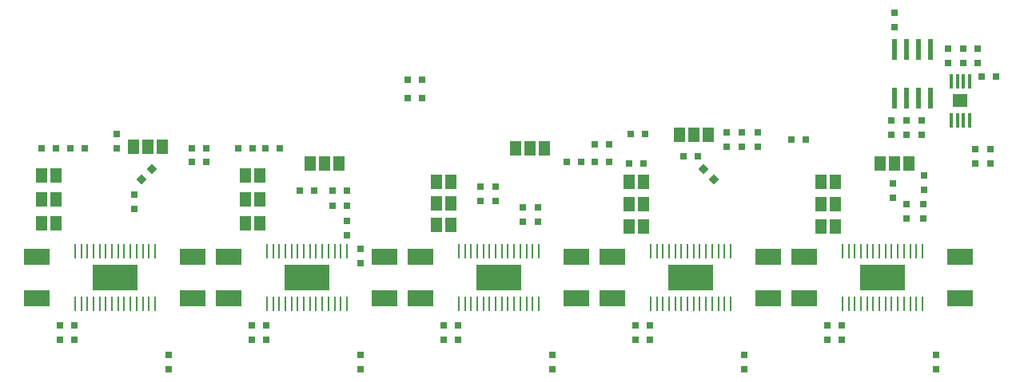
<source format=gtp>
G75*
G70*
%OFA0B0*%
%FSLAX24Y24*%
%IPPOS*%
%LPD*%
%AMOC8*
5,1,8,0,0,1.08239X$1,22.5*
%
%ADD10R,0.1890X0.1102*%
%ADD11R,0.0098X0.0610*%
%ADD12R,0.0300X0.0300*%
%ADD13R,0.1063X0.0709*%
%ADD14R,0.0300X0.0300*%
%ADD15R,0.0460X0.0630*%
%ADD16R,0.0591X0.0551*%
%ADD17R,0.0118X0.0591*%
%ADD18R,0.0236X0.0866*%
D10*
X006147Y010375D03*
X014147Y010375D03*
X022147Y010375D03*
X030147Y010375D03*
X038147Y010375D03*
D11*
X038019Y009273D03*
X037763Y009273D03*
X037507Y009273D03*
X037252Y009273D03*
X036996Y009273D03*
X036740Y009273D03*
X036484Y009273D03*
X038275Y009273D03*
X038531Y009273D03*
X038787Y009273D03*
X039043Y009273D03*
X039299Y009273D03*
X039555Y009273D03*
X039811Y009273D03*
X039811Y011477D03*
X039555Y011477D03*
X039299Y011477D03*
X039043Y011477D03*
X038787Y011477D03*
X038531Y011477D03*
X038275Y011477D03*
X038019Y011477D03*
X037763Y011477D03*
X037507Y011477D03*
X037252Y011477D03*
X036996Y011477D03*
X036740Y011477D03*
X036484Y011477D03*
X031811Y011477D03*
X031555Y011477D03*
X031299Y011477D03*
X031043Y011477D03*
X030787Y011477D03*
X030531Y011477D03*
X030275Y011477D03*
X030019Y011477D03*
X029763Y011477D03*
X029507Y011477D03*
X029252Y011477D03*
X028996Y011477D03*
X028740Y011477D03*
X028484Y011477D03*
X028484Y009273D03*
X028740Y009273D03*
X028996Y009273D03*
X029252Y009273D03*
X029507Y009273D03*
X029763Y009273D03*
X030019Y009273D03*
X030275Y009273D03*
X030531Y009273D03*
X030787Y009273D03*
X031043Y009273D03*
X031299Y009273D03*
X031555Y009273D03*
X031811Y009273D03*
X023811Y009273D03*
X023555Y009273D03*
X023299Y009273D03*
X023043Y009273D03*
X022787Y009273D03*
X022531Y009273D03*
X022275Y009273D03*
X022019Y009273D03*
X021763Y009273D03*
X021507Y009273D03*
X021252Y009273D03*
X020996Y009273D03*
X020740Y009273D03*
X020484Y009273D03*
X020484Y011477D03*
X020740Y011477D03*
X020996Y011477D03*
X021252Y011477D03*
X021507Y011477D03*
X021763Y011477D03*
X022019Y011477D03*
X022275Y011477D03*
X022531Y011477D03*
X022787Y011477D03*
X023043Y011477D03*
X023299Y011477D03*
X023555Y011477D03*
X023811Y011477D03*
X015811Y011477D03*
X015555Y011477D03*
X015299Y011477D03*
X015043Y011477D03*
X014787Y011477D03*
X014531Y011477D03*
X014275Y011477D03*
X014019Y011477D03*
X013763Y011477D03*
X013507Y011477D03*
X013252Y011477D03*
X012996Y011477D03*
X012740Y011477D03*
X012484Y011477D03*
X012484Y009273D03*
X012740Y009273D03*
X012996Y009273D03*
X013252Y009273D03*
X013507Y009273D03*
X013763Y009273D03*
X014019Y009273D03*
X014275Y009273D03*
X014531Y009273D03*
X014787Y009273D03*
X015043Y009273D03*
X015299Y009273D03*
X015555Y009273D03*
X015811Y009273D03*
X007811Y009273D03*
X007555Y009273D03*
X007299Y009273D03*
X007043Y009273D03*
X006787Y009273D03*
X006531Y009273D03*
X006275Y009273D03*
X006019Y009273D03*
X005763Y009273D03*
X005507Y009273D03*
X005252Y009273D03*
X004996Y009273D03*
X004740Y009273D03*
X004484Y009273D03*
X004484Y011477D03*
X004740Y011477D03*
X004996Y011477D03*
X005252Y011477D03*
X005507Y011477D03*
X005763Y011477D03*
X006019Y011477D03*
X006275Y011477D03*
X006531Y011477D03*
X006787Y011477D03*
X007043Y011477D03*
X007299Y011477D03*
X007555Y011477D03*
X007811Y011477D03*
D12*
X008397Y006525D03*
X008397Y007125D03*
X011847Y007750D03*
X012447Y007750D03*
X012447Y008375D03*
X011847Y008375D03*
X016397Y007125D03*
X016397Y006525D03*
X019847Y007750D03*
X020447Y007750D03*
X020447Y008375D03*
X019847Y008375D03*
X016397Y010950D03*
X016397Y011550D03*
X015811Y012125D03*
X015811Y012725D03*
X015822Y013375D03*
X015222Y013375D03*
X015222Y014000D03*
X015822Y014000D03*
X014447Y014000D03*
X013847Y014000D03*
X013010Y015750D03*
X012410Y015750D03*
X011885Y015750D03*
X011285Y015750D03*
X009947Y015750D03*
X009947Y015188D03*
X009347Y015188D03*
X009347Y015750D03*
X006960Y013813D03*
X006960Y013213D03*
X006210Y015763D03*
X006210Y016363D03*
X004897Y015750D03*
X004297Y015750D03*
X003697Y015750D03*
X003097Y015750D03*
X003847Y008375D03*
X004447Y008375D03*
X004447Y007750D03*
X003847Y007750D03*
X018347Y017875D03*
X018947Y017875D03*
X018947Y018625D03*
X018347Y018625D03*
X024972Y015188D03*
X025572Y015188D03*
X026147Y015188D03*
X026747Y015188D03*
X027597Y015125D03*
X028197Y015125D03*
X026747Y015938D03*
X026147Y015938D03*
X027647Y016375D03*
X028247Y016375D03*
X029847Y015438D03*
X030447Y015438D03*
X031647Y015825D03*
X032297Y015825D03*
X032947Y015825D03*
X032947Y016425D03*
X032297Y016425D03*
X031647Y016425D03*
X034347Y016125D03*
X034947Y016125D03*
X038522Y016325D03*
X039147Y016325D03*
X039147Y016925D03*
X038522Y016925D03*
X039772Y016925D03*
X039772Y016325D03*
X042022Y015738D03*
X042637Y015738D03*
X042637Y015138D03*
X042022Y015138D03*
X039897Y014613D03*
X039897Y014013D03*
X039835Y013425D03*
X039835Y012825D03*
X039147Y012825D03*
X039147Y013425D03*
X038585Y013700D03*
X038585Y014300D03*
X042285Y018750D03*
X042127Y019325D03*
X041527Y019325D03*
X041527Y019925D03*
X042127Y019925D03*
X040897Y019925D03*
X040897Y019325D03*
X042885Y018750D03*
X038647Y020825D03*
X038647Y021425D03*
X023772Y013300D03*
X023147Y013300D03*
X022022Y013575D03*
X021397Y013575D03*
X021397Y014175D03*
X022022Y014175D03*
X023147Y012700D03*
X023772Y012700D03*
X027847Y008375D03*
X028447Y008375D03*
X028447Y007750D03*
X027847Y007750D03*
X024397Y007125D03*
X024397Y006525D03*
X032397Y006525D03*
X032397Y007125D03*
X035847Y007750D03*
X036447Y007750D03*
X036447Y008375D03*
X035847Y008375D03*
X040397Y007125D03*
X040397Y006525D03*
D13*
X041397Y009509D03*
X041397Y011241D03*
X034897Y011241D03*
X033397Y011241D03*
X033397Y009509D03*
X034897Y009509D03*
X026897Y009509D03*
X025397Y009509D03*
X025397Y011241D03*
X026897Y011241D03*
X018897Y011241D03*
X017397Y011241D03*
X017397Y009509D03*
X018897Y009509D03*
X010897Y009509D03*
X009397Y009509D03*
X009397Y011241D03*
X010897Y011241D03*
X002897Y011241D03*
X002897Y009509D03*
D14*
G36*
X007460Y014475D02*
X007248Y014263D01*
X007036Y014475D01*
X007248Y014687D01*
X007460Y014475D01*
G37*
G36*
X007884Y014900D02*
X007672Y014688D01*
X007460Y014900D01*
X007672Y015112D01*
X007884Y014900D01*
G37*
G36*
X030685Y014688D02*
X030473Y014900D01*
X030685Y015112D01*
X030897Y014900D01*
X030685Y014688D01*
G37*
G36*
X031109Y014263D02*
X030897Y014475D01*
X031109Y014687D01*
X031321Y014475D01*
X031109Y014263D01*
G37*
D15*
X028197Y014375D03*
X027597Y014375D03*
X027597Y013438D03*
X028197Y013438D03*
X028197Y012500D03*
X027597Y012500D03*
X024060Y015750D03*
X023460Y015750D03*
X022860Y015750D03*
X020135Y014363D03*
X019535Y014363D03*
X019535Y013463D03*
X020135Y013463D03*
X020135Y012563D03*
X019535Y012563D03*
X015497Y015125D03*
X014897Y015125D03*
X014297Y015125D03*
X012197Y014625D03*
X011597Y014625D03*
X011597Y013625D03*
X012197Y013625D03*
X012197Y012625D03*
X011597Y012625D03*
X008122Y015813D03*
X007522Y015813D03*
X006922Y015813D03*
X003697Y014625D03*
X003097Y014625D03*
X003097Y013625D03*
X003697Y013625D03*
X003697Y012625D03*
X003097Y012625D03*
X029672Y016313D03*
X030272Y016313D03*
X030872Y016313D03*
X035597Y014375D03*
X036197Y014375D03*
X036197Y013438D03*
X035597Y013438D03*
X035597Y012500D03*
X036197Y012500D03*
X038047Y015125D03*
X038647Y015125D03*
X039247Y015125D03*
D16*
X041397Y017750D03*
D17*
X041269Y016923D03*
X041013Y016923D03*
X041525Y016923D03*
X041781Y016923D03*
X041781Y018577D03*
X041525Y018577D03*
X041269Y018577D03*
X041013Y018577D03*
D18*
X040147Y017851D03*
X039647Y017851D03*
X039147Y017851D03*
X038647Y017851D03*
X038647Y019899D03*
X039147Y019899D03*
X039647Y019899D03*
X040147Y019899D03*
M02*

</source>
